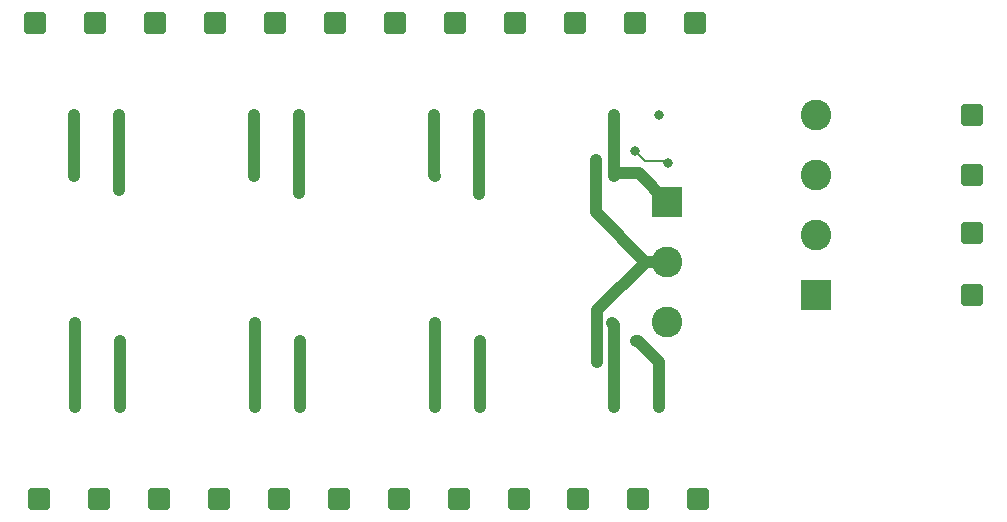
<source format=gbr>
%TF.GenerationSoftware,KiCad,Pcbnew,8.0.2*%
%TF.CreationDate,2024-07-03T12:32:50+02:00*%
%TF.ProjectId,OSSD_TEST_PCB,4f535344-5f54-4455-9354-5f5043422e6b,rev?*%
%TF.SameCoordinates,Original*%
%TF.FileFunction,Copper,L2,Bot*%
%TF.FilePolarity,Positive*%
%FSLAX46Y46*%
G04 Gerber Fmt 4.6, Leading zero omitted, Abs format (unit mm)*
G04 Created by KiCad (PCBNEW 8.0.2) date 2024-07-03 12:32:50*
%MOMM*%
%LPD*%
G01*
G04 APERTURE LIST*
G04 Aperture macros list*
%AMRoundRect*
0 Rectangle with rounded corners*
0 $1 Rounding radius*
0 $2 $3 $4 $5 $6 $7 $8 $9 X,Y pos of 4 corners*
0 Add a 4 corners polygon primitive as box body*
4,1,4,$2,$3,$4,$5,$6,$7,$8,$9,$2,$3,0*
0 Add four circle primitives for the rounded corners*
1,1,$1+$1,$2,$3*
1,1,$1+$1,$4,$5*
1,1,$1+$1,$6,$7*
1,1,$1+$1,$8,$9*
0 Add four rect primitives between the rounded corners*
20,1,$1+$1,$2,$3,$4,$5,0*
20,1,$1+$1,$4,$5,$6,$7,0*
20,1,$1+$1,$6,$7,$8,$9,0*
20,1,$1+$1,$8,$9,$2,$3,0*%
G04 Aperture macros list end*
%TA.AperFunction,ComponentPad*%
%ADD10R,2.600000X2.600000*%
%TD*%
%TA.AperFunction,ComponentPad*%
%ADD11C,2.600000*%
%TD*%
%TA.AperFunction,ComponentPad*%
%ADD12RoundRect,0.250000X-0.675000X-0.675000X0.675000X-0.675000X0.675000X0.675000X-0.675000X0.675000X0*%
%TD*%
%TA.AperFunction,ComponentPad*%
%ADD13RoundRect,0.250000X0.675000X0.675000X-0.675000X0.675000X-0.675000X-0.675000X0.675000X-0.675000X0*%
%TD*%
%TA.AperFunction,ViaPad*%
%ADD14C,0.800000*%
%TD*%
%TA.AperFunction,Conductor*%
%ADD15C,1.000000*%
%TD*%
%TA.AperFunction,Conductor*%
%ADD16C,0.200000*%
%TD*%
G04 APERTURE END LIST*
D10*
%TO.P,J1101,1,Pin_1*%
%TO.N,B*%
X167589000Y-97150000D03*
D11*
%TO.P,J1101,2,Pin_2*%
%TO.N,VCC*%
X167589000Y-102230000D03*
%TO.P,J1101,3,Pin_3*%
%TO.N,A*%
X167589000Y-107310000D03*
%TD*%
D10*
%TO.P,J1005,1,Pin_1*%
%TO.N,Net-(D1001-K)*%
X180213000Y-105029000D03*
D11*
%TO.P,J1005,2,Pin_2*%
%TO.N,Net-(J1002-Pin_1)*%
X180213000Y-99949000D03*
%TO.P,J1005,3,Pin_3*%
%TO.N,Net-(J1003-Pin_1)*%
X180213000Y-94869000D03*
%TO.P,J1005,4,Pin_4*%
%TO.N,Net-(D1002-K)*%
X180213000Y-89789000D03*
%TD*%
D12*
%TO.P,J1002,1,Pin_1*%
%TO.N,Net-(J1002-Pin_1)*%
X193421000Y-99822000D03*
%TD*%
%TO.P,J702,1,Pin_1*%
%TO.N,VCC*%
X134366000Y-82042000D03*
%TD*%
%TO.P,J901,1,Pin_1*%
%TO.N,Net-(D901-K)*%
X169926000Y-82042000D03*
%TD*%
D13*
%TO.P,J302,1,Pin_1*%
%TO.N,VCC*%
X149987000Y-122301000D03*
%TD*%
%TO.P,J403,1,Pin_1*%
%TO.N,Net-(D403-K)*%
X139827000Y-122301000D03*
%TD*%
D12*
%TO.P,J903,1,Pin_1*%
%TO.N,Net-(D903-K)*%
X159766000Y-82042000D03*
%TD*%
%TO.P,J701,1,Pin_1*%
%TO.N,Net-(D701-K)*%
X139446000Y-82042000D03*
%TD*%
D13*
%TO.P,J203,1,Pin_1*%
%TO.N,Net-(D203-K)*%
X170180000Y-122301000D03*
%TD*%
D12*
%TO.P,J801,1,Pin_1*%
%TO.N,Net-(D801-K)*%
X154686000Y-82042000D03*
%TD*%
D13*
%TO.P,J401,1,Pin_1*%
%TO.N,Net-(D401-K)*%
X129667000Y-122301000D03*
%TD*%
D12*
%TO.P,J601,1,Pin_1*%
%TO.N,Net-(D601-K)*%
X124206000Y-82042000D03*
%TD*%
%TO.P,J603,1,Pin_1*%
%TO.N,Net-(D603-K)*%
X114046000Y-82042000D03*
%TD*%
%TO.P,J802,1,Pin_1*%
%TO.N,VCC*%
X149606000Y-82042000D03*
%TD*%
%TO.P,J803,1,Pin_1*%
%TO.N,Net-(D803-K)*%
X144526000Y-82042000D03*
%TD*%
D13*
%TO.P,J202,1,Pin_1*%
%TO.N,VCC*%
X165100000Y-122301000D03*
%TD*%
%TO.P,J503,1,Pin_1*%
%TO.N,Net-(D503-K)*%
X124587000Y-122301000D03*
%TD*%
D12*
%TO.P,J602,1,Pin_1*%
%TO.N,VCC*%
X119126000Y-82042000D03*
%TD*%
D13*
%TO.P,J402,1,Pin_1*%
%TO.N,VCC*%
X134747000Y-122301000D03*
%TD*%
%TO.P,J501,1,Pin_1*%
%TO.N,Net-(D501-K)*%
X114427000Y-122301000D03*
%TD*%
D12*
%TO.P,J902,1,Pin_1*%
%TO.N,VCC*%
X164846000Y-82042000D03*
%TD*%
D13*
%TO.P,J502,1,Pin_1*%
%TO.N,VCC*%
X119507000Y-122301000D03*
%TD*%
%TO.P,J201,1,Pin_1*%
%TO.N,Net-(D201-K)*%
X160020000Y-122301000D03*
%TD*%
D12*
%TO.P,J703,1,Pin_1*%
%TO.N,Net-(D703-K)*%
X129286000Y-82042000D03*
%TD*%
D13*
%TO.P,J303,1,Pin_1*%
%TO.N,Net-(D303-K)*%
X155067000Y-122301000D03*
%TD*%
D12*
%TO.P,J1003,1,Pin_1*%
%TO.N,Net-(J1003-Pin_1)*%
X193421000Y-94869000D03*
%TD*%
D13*
%TO.P,J301,1,Pin_1*%
%TO.N,Net-(D301-K)*%
X144907000Y-122301000D03*
%TD*%
D12*
%TO.P,J1004,1,Pin_1*%
%TO.N,Net-(D1002-K)*%
X193421000Y-89789000D03*
%TD*%
%TO.P,J1001,1,Pin_1*%
%TO.N,Net-(D1001-K)*%
X193421000Y-105029000D03*
%TD*%
D14*
%TO.N,A*%
X151638000Y-96520000D03*
X136398000Y-96393000D03*
X162941000Y-107442000D03*
X163068000Y-114554000D03*
X136398000Y-89789000D03*
X117475000Y-107442000D03*
X121158000Y-96196000D03*
X117475000Y-114554000D03*
X147955000Y-107442000D03*
X151638000Y-89789000D03*
X132715000Y-114554000D03*
X147955000Y-114554000D03*
X121158000Y-89789000D03*
X132715000Y-107442000D03*
X166878000Y-89789000D03*
%TO.N,B*%
X151765000Y-108966000D03*
X132588000Y-94996000D03*
X121285000Y-114554000D03*
X166878000Y-114554000D03*
X117348000Y-89789000D03*
X132588000Y-89789000D03*
X164973000Y-108966000D03*
X117348000Y-94996000D03*
X136525000Y-108966000D03*
X136525000Y-114554000D03*
X121285000Y-108966000D03*
X147955000Y-94996000D03*
X147828000Y-89789000D03*
X163068000Y-89789000D03*
X151765000Y-114554000D03*
X163068000Y-94996000D03*
%TO.N,VCC*%
X164846000Y-92884430D03*
X161544000Y-93612000D03*
X161671000Y-110731000D03*
X167640000Y-93853000D03*
%TD*%
D15*
%TO.N,A*%
X151638000Y-96520000D02*
X151638000Y-89789000D01*
X136398000Y-96393000D02*
X136398000Y-89789000D01*
X163068000Y-114554000D02*
X163068000Y-110744000D01*
X147955000Y-114554000D02*
X147955000Y-107442000D01*
X132715000Y-114554000D02*
X132715000Y-107442000D01*
X121158000Y-89789000D02*
X121158000Y-96196000D01*
X117475000Y-114554000D02*
X117475000Y-107442000D01*
X163068000Y-110744000D02*
X163068000Y-107569000D01*
X163068000Y-107569000D02*
X162941000Y-107442000D01*
%TO.N,B*%
X136525000Y-114554000D02*
X136525000Y-108966000D01*
X151765000Y-114554000D02*
X151765000Y-108966000D01*
X165181000Y-94742000D02*
X167589000Y-97150000D01*
X163068000Y-94742000D02*
X163068000Y-94996000D01*
X166878000Y-114554000D02*
X166878000Y-110744000D01*
X147828000Y-94869000D02*
X147955000Y-94996000D01*
X166878000Y-110744000D02*
X165100000Y-108966000D01*
X117348000Y-94996000D02*
X117348000Y-89789000D01*
X163068000Y-89789000D02*
X163068000Y-94742000D01*
X132588000Y-89789000D02*
X132588000Y-94996000D01*
X121285000Y-114554000D02*
X121285000Y-108966000D01*
X165100000Y-108966000D02*
X164973000Y-108966000D01*
X163068000Y-94742000D02*
X165181000Y-94742000D01*
X147828000Y-89789000D02*
X147828000Y-94869000D01*
%TO.N,VCC*%
X165750523Y-102230000D02*
X161671000Y-106309523D01*
X167589000Y-102230000D02*
X165750523Y-102230000D01*
X161671000Y-106309523D02*
X161671000Y-110731000D01*
D16*
X167513000Y-93726000D02*
X165687570Y-93726000D01*
D15*
X161544000Y-98044000D02*
X161544000Y-93612000D01*
D16*
X165687570Y-93726000D02*
X164846000Y-92884430D01*
D15*
X167589000Y-102230000D02*
X165730000Y-102230000D01*
D16*
X167640000Y-93853000D02*
X167513000Y-93726000D01*
D15*
X165730000Y-102230000D02*
X161544000Y-98044000D01*
%TD*%
M02*

</source>
